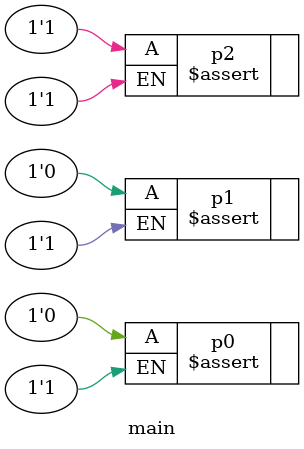
<source format=sv>
module main;

  parameter P = 20;

  p0: assert property ($bits(10'(1)) == 10);
  p1: assert property ($bits(P'(1)) == 20);
  p2: assert property (10'(-1) == -1);

endmodule

</source>
